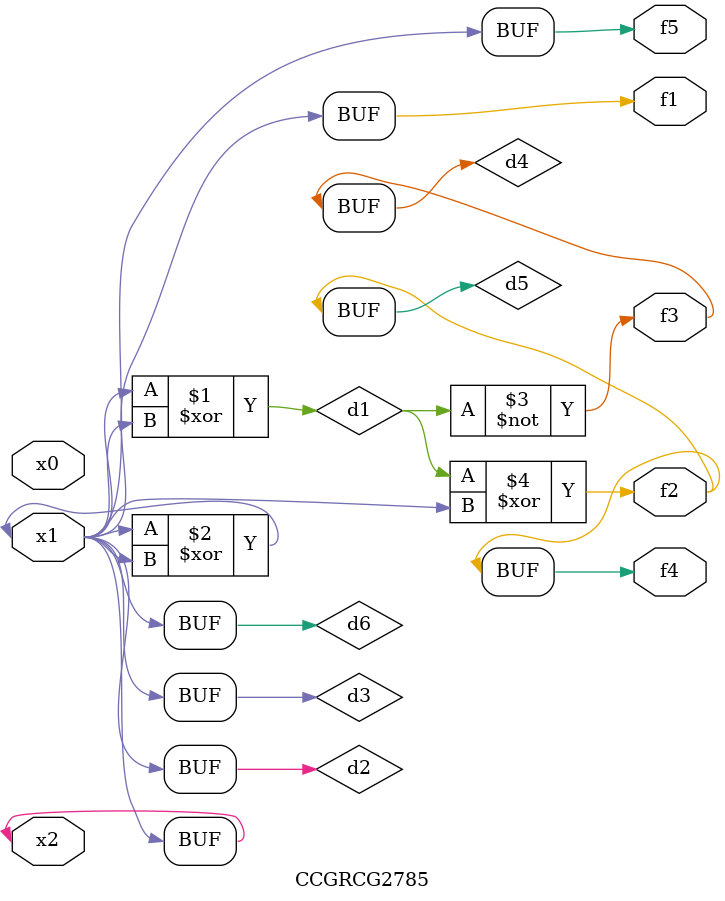
<source format=v>
module CCGRCG2785(
	input x0, x1, x2,
	output f1, f2, f3, f4, f5
);

	wire d1, d2, d3, d4, d5, d6;

	xor (d1, x1, x2);
	buf (d2, x1, x2);
	xor (d3, x1, x2);
	nor (d4, d1);
	xor (d5, d1, d2);
	buf (d6, d2, d3);
	assign f1 = d6;
	assign f2 = d5;
	assign f3 = d4;
	assign f4 = d5;
	assign f5 = d6;
endmodule

</source>
